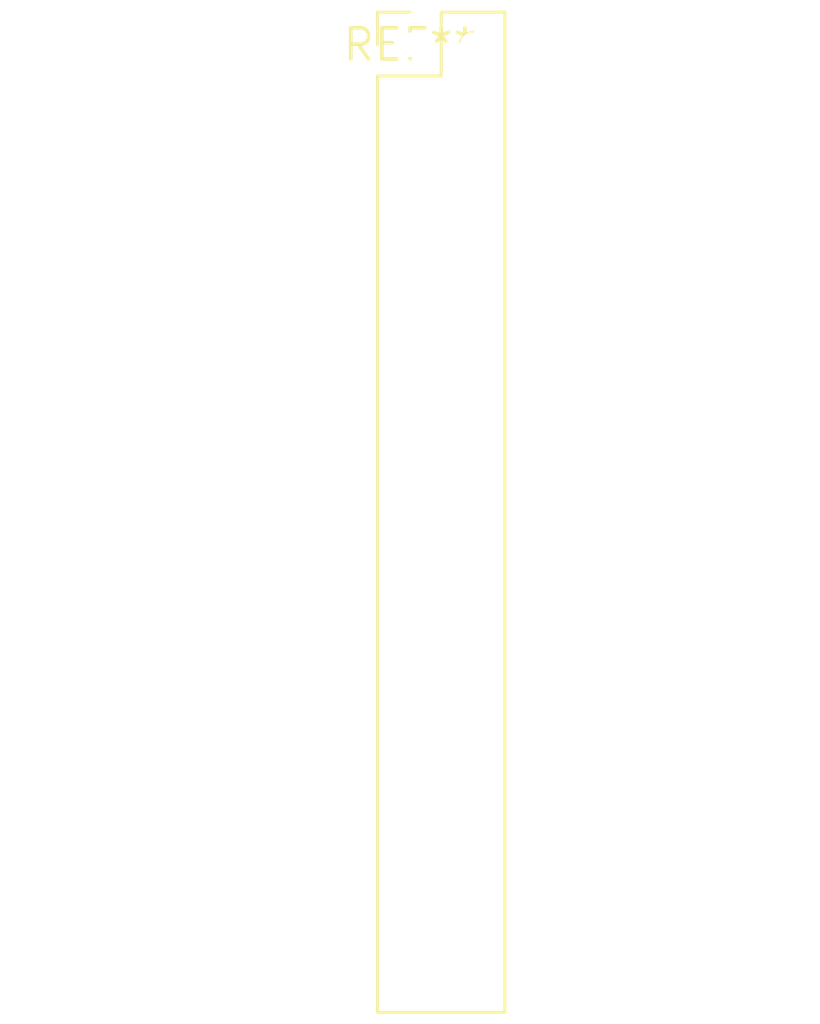
<source format=kicad_pcb>
(kicad_pcb (version 20240108) (generator pcbnew)
  (layers (0 "F.Cu" signal) (31 "B.Cu" signal) (34 "B.Paste" user) (35 "F.Paste" user) (36 "B.SilkS" user "B.Silkscreen") (37 "F.SilkS" user "F.Silkscreen") (38 "B.Mask" user) (39 "F.Mask" user) (44 "Edge.Cuts" user))
  (net 0 "")
  (footprint "PinHeader_2x16_P2.54mm_Vertical" (layer "F.Cu") (at 0 0)
    (property "Reference" "REF**")
    (property "Value" "PinHeader_2x16_P2.54mm_Vertical")
    (fp_line (start -1.33 -1.33) (end 0 -1.33) (layer "F.SilkS") (stroke (width 0.12)))
    (fp_line (start -1.33 0) (end -1.33 -1.33) (layer "F.SilkS") (stroke (width 0.12)))
    (fp_line (start -1.33 1.27) (end -1.33 39.43) (layer "F.SilkS") (stroke (width 0.12)))
    (fp_line (start -1.33 1.27) (end 1.27 1.27) (layer "F.SilkS") (stroke (width 0.12)))
    (fp_line (start -1.33 39.43) (end 3.87 39.43) (layer "F.SilkS") (stroke (width 0.12)))
    (fp_line (start 1.27 -1.33) (end 3.87 -1.33) (layer "F.SilkS") (stroke (width 0.12)))
    (fp_line (start 1.27 1.27) (end 1.27 -1.33) (layer "F.SilkS") (stroke (width 0.12)))
    (fp_line (start 3.87 -1.33) (end 3.87 39.43) (layer "F.SilkS") (stroke (width 0.12)))
    (pad "1" thru_hole rect (at 0 0) (size 1.7 1.7) (drill 1) (layers *.Cu *.Mask) (remove_unused_layers))
    (pad "2" thru_hole oval (at 2.54 0) (size 1.7 1.7) (drill 1) (layers *.Cu *.Mask) (remove_unused_layers))
    (pad "3" thru_hole oval (at 0 2.54) (size 1.7 1.7) (drill 1) (layers *.Cu *.Mask) (remove_unused_layers))
    (pad "4" thru_hole oval (at 2.54 2.54) (size 1.7 1.7) (drill 1) (layers *.Cu *.Mask) (remove_unused_layers))
    (pad "5" thru_hole oval (at 0 5.08) (size 1.7 1.7) (drill 1) (layers *.Cu *.Mask) (remove_unused_layers))
    (pad "6" thru_hole oval (at 2.54 5.08) (size 1.7 1.7) (drill 1) (layers *.Cu *.Mask) (remove_unused_layers))
    (pad "7" thru_hole oval (at 0 7.62) (size 1.7 1.7) (drill 1) (layers *.Cu *.Mask) (remove_unused_layers))
    (pad "8" thru_hole oval (at 2.54 7.62) (size 1.7 1.7) (drill 1) (layers *.Cu *.Mask) (remove_unused_layers))
    (pad "9" thru_hole oval (at 0 10.16) (size 1.7 1.7) (drill 1) (layers *.Cu *.Mask) (remove_unused_layers))
    (pad "10" thru_hole oval (at 2.54 10.16) (size 1.7 1.7) (drill 1) (layers *.Cu *.Mask) (remove_unused_layers))
    (pad "11" thru_hole oval (at 0 12.7) (size 1.7 1.7) (drill 1) (layers *.Cu *.Mask) (remove_unused_layers))
    (pad "12" thru_hole oval (at 2.54 12.7) (size 1.7 1.7) (drill 1) (layers *.Cu *.Mask) (remove_unused_layers))
    (pad "13" thru_hole oval (at 0 15.24) (size 1.7 1.7) (drill 1) (layers *.Cu *.Mask) (remove_unused_layers))
    (pad "14" thru_hole oval (at 2.54 15.24) (size 1.7 1.7) (drill 1) (layers *.Cu *.Mask) (remove_unused_layers))
    (pad "15" thru_hole oval (at 0 17.78) (size 1.7 1.7) (drill 1) (layers *.Cu *.Mask) (remove_unused_layers))
    (pad "16" thru_hole oval (at 2.54 17.78) (size 1.7 1.7) (drill 1) (layers *.Cu *.Mask) (remove_unused_layers))
    (pad "17" thru_hole oval (at 0 20.32) (size 1.7 1.7) (drill 1) (layers *.Cu *.Mask) (remove_unused_layers))
    (pad "18" thru_hole oval (at 2.54 20.32) (size 1.7 1.7) (drill 1) (layers *.Cu *.Mask) (remove_unused_layers))
    (pad "19" thru_hole oval (at 0 22.86) (size 1.7 1.7) (drill 1) (layers *.Cu *.Mask) (remove_unused_layers))
    (pad "20" thru_hole oval (at 2.54 22.86) (size 1.7 1.7) (drill 1) (layers *.Cu *.Mask) (remove_unused_layers))
    (pad "21" thru_hole oval (at 0 25.4) (size 1.7 1.7) (drill 1) (layers *.Cu *.Mask) (remove_unused_layers))
    (pad "22" thru_hole oval (at 2.54 25.4) (size 1.7 1.7) (drill 1) (layers *.Cu *.Mask) (remove_unused_layers))
    (pad "23" thru_hole oval (at 0 27.94) (size 1.7 1.7) (drill 1) (layers *.Cu *.Mask) (remove_unused_layers))
    (pad "24" thru_hole oval (at 2.54 27.94) (size 1.7 1.7) (drill 1) (layers *.Cu *.Mask) (remove_unused_layers))
    (pad "25" thru_hole oval (at 0 30.48) (size 1.7 1.7) (drill 1) (layers *.Cu *.Mask) (remove_unused_layers))
    (pad "26" thru_hole oval (at 2.54 30.48) (size 1.7 1.7) (drill 1) (layers *.Cu *.Mask) (remove_unused_layers))
    (pad "27" thru_hole oval (at 0 33.02) (size 1.7 1.7) (drill 1) (layers *.Cu *.Mask) (remove_unused_layers))
    (pad "28" thru_hole oval (at 2.54 33.02) (size 1.7 1.7) (drill 1) (layers *.Cu *.Mask) (remove_unused_layers))
    (pad "29" thru_hole oval (at 0 35.56) (size 1.7 1.7) (drill 1) (layers *.Cu *.Mask) (remove_unused_layers))
    (pad "30" thru_hole oval (at 2.54 35.56) (size 1.7 1.7) (drill 1) (layers *.Cu *.Mask) (remove_unused_layers))
    (pad "31" thru_hole oval (at 0 38.1) (size 1.7 1.7) (drill 1) (layers *.Cu *.Mask) (remove_unused_layers))
    (pad "32" thru_hole oval (at 2.54 38.1) (size 1.7 1.7) (drill 1) (layers *.Cu *.Mask) (remove_unused_layers))
  )
)
</source>
